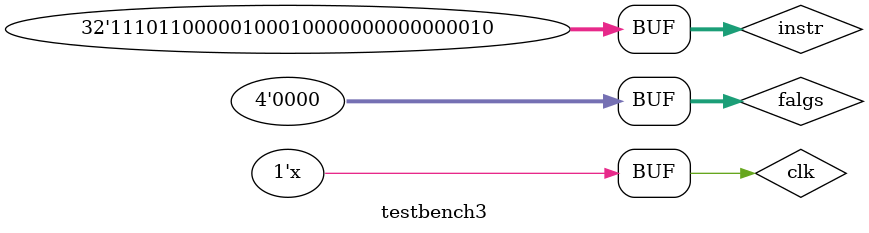
<source format=sv>
module testbench3();
	logic clk = 0;
	always begin 
		#10 clk = ~clk; 
	end
	           // alw  dt I cmd  S Rn   Rd    SHMT5 SH 4 Rm
				  // 1110 00 0 0000 1 0001 0010  00000 00 0 0011
	logic [31:0] instr = 32'b11100000000100010010000000000011; // AND reg2, reg1, reg3 => reg2 = reg1 & reg3
	logic [3:0]falgs = 4'b0000;
	logic sY;
	logic sX;
	logic [1:0]ssrc1Mux;
	logic regFile_wen;
	logic DMEM_wen;
	logic supdate_flags;
	logic [3:0]sShifter;
	logic [3:0]sALU;
	logic sA;
	logic sB;
	
	Cotroller inst(instr, falgs, sY, sX, ssrc1Mux, regFile_wen, DMEM_wen, supdate_flags, sShifter, sALU, sA, sB);
	
	initial begin
	
		#100;              
		instr = 32'b11100000100000010000001100010010; //add r0,r1,r2,lsl r3
		#100;
		instr = 32'b11101100000100010000000000000010; // 1110 11 00 000 1 0001 0000 0000000000010 => mul r0,r1,r2

		
	end
	
endmodule
</source>
